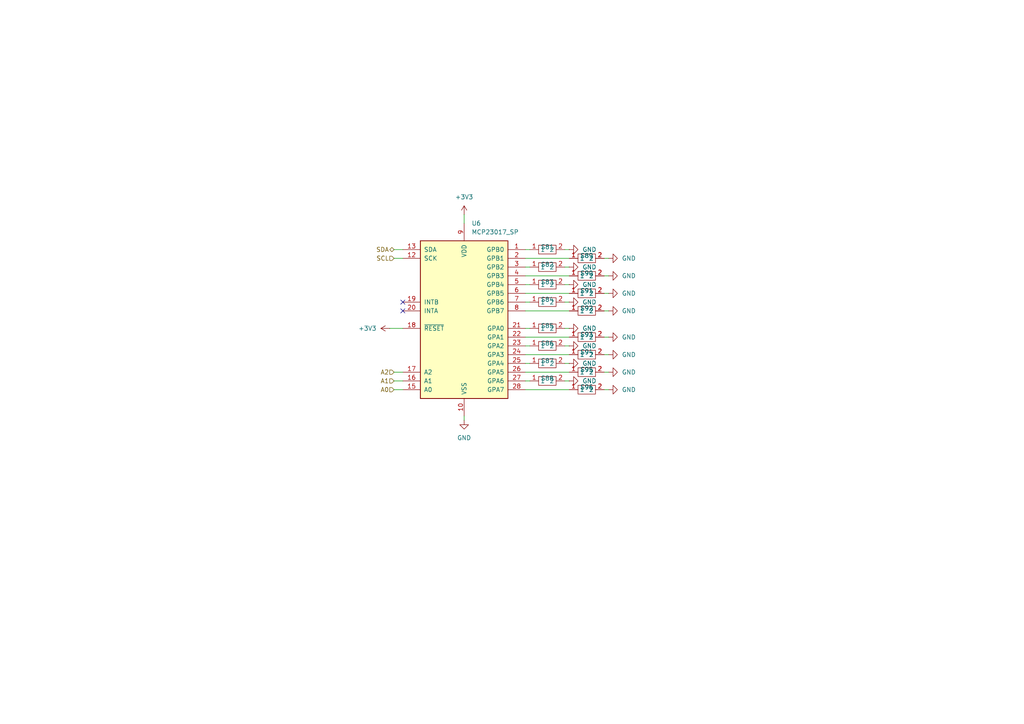
<source format=kicad_sch>
(kicad_sch (version 20250114) (generator "eeschema") (generator_version "9.0")
  (paper "A4")
  (lib_symbols
    (symbol "Interface_Expansion:MCP23017_SP" (pin_names (offset 1.016))
      (property "Reference" "U" (at -11.43 24.13 0))
      (property "Value" "MCP23017_SP" (at 0 0 0))
      (symbol "MCP23017_SP_0_1"
        (rectangle (start -12.7 22.86) (end 12.7 -22.86) (stroke (width 0.254)) (fill (type background)))
      )
      (symbol "MCP23017_SP_1_1"
        (pin bidirectional line (at -17.78 20.32 0) (length 5.08) (name "SDA") (number "13"))
        (pin input line (at -17.78 17.78 0) (length 5.08) (name "SCK") (number "12"))
        (pin tri_state line (at -17.78 5.08 0) (length 5.08) (name "INTB") (number "19"))
        (pin tri_state line (at -17.78 2.54 0) (length 5.08) (name "INTA") (number "20"))
        (pin input line (at -17.78 -2.54 0) (length 5.08) (name "~{RESET}") (number "18"))
        (pin input line (at -17.78 -15.24 0) (length 5.08) (name "A2") (number "17"))
        (pin input line (at -17.78 -17.78 0) (length 5.08) (name "A1") (number "16"))
        (pin input line (at -17.78 -20.32 0) (length 5.08) (name "A0") (number "15"))
        (pin no_connect line (at -12.7 15.24 0) (length 5.08) (hide yes) (name "NC") (number "11"))
        (pin no_connect line (at -12.7 12.7 0) (length 5.08) (hide yes) (name "NC") (number "14"))
        (pin power_in line (at 0 27.94 270) (length 5.08) (name "VDD") (number "9"))
        (pin power_in line (at 0 -27.94 90) (length 5.08) (name "VSS") (number "10"))
        (pin bidirectional line (at 17.78 20.32 180) (length 5.08) (name "GPB0") (number "1"))
        (pin bidirectional line (at 17.78 17.78 180) (length 5.08) (name "GPB1") (number "2"))
        (pin bidirectional line (at 17.78 15.24 180) (length 5.08) (name "GPB2") (number "3"))
        (pin bidirectional line (at 17.78 12.7 180) (length 5.08) (name "GPB3") (number "4"))
        (pin bidirectional line (at 17.78 10.16 180) (length 5.08) (name "GPB4") (number "5"))
        (pin bidirectional line (at 17.78 7.62 180) (length 5.08) (name "GPB5") (number "6"))
        (pin bidirectional line (at 17.78 5.08 180) (length 5.08) (name "GPB6") (number "7"))
        (pin output line (at 17.78 2.54 180) (length 5.08) (name "GPB7") (number "8"))
        (pin bidirectional line (at 17.78 -2.54 180) (length 5.08) (name "GPA0") (number "21"))
        (pin bidirectional line (at 17.78 -5.08 180) (length 5.08) (name "GPA1") (number "22"))
        (pin bidirectional line (at 17.78 -7.62 180) (length 5.08) (name "GPA2") (number "23"))
        (pin bidirectional line (at 17.78 -10.16 180) (length 5.08) (name "GPA3") (number "24"))
        (pin bidirectional line (at 17.78 -12.7 180) (length 5.08) (name "GPA4") (number "25"))
        (pin bidirectional line (at 17.78 -15.24 180) (length 5.08) (name "GPA5") (number "26"))
        (pin bidirectional line (at 17.78 -17.78 180) (length 5.08) (name "GPA6") (number "27"))
        (pin output line (at 17.78 -20.32 180) (length 5.08) (name "GPA7") (number "28"))
      )
    )
    (symbol "Study_Focus_Components:3X6mm_2pin_tactile_switch"
      (property "Reference" "S" (at 0 0 0))
      (property "Value" "3x6mm 2pin tactile switch" (at 2.286 1.524 0))
      (symbol "3X6mm_2pin_tactile_switch_0_1"
        (rectangle (start 0 0) (end 5.08 -2.54))
      )
      (symbol "3X6mm_2pin_tactile_switch_1_1"
        (pin passive line (at -2.54 -1.27 0) (length 2.54) (name "1") (number "1"))
        (pin passive line (at 7.62 -1.27 180) (length 2.54) (name "2") (number "2"))
      )
    )
    (symbol "power:+3V3" (power) (pin_numbers (hide yes)) (pin_names (offset 0) (hide yes))
      (property "Value" "+3V3" (at 0 3.556 0))
      (symbol "+3V3_0_1"
        (polyline (pts (xy -0.762 1.27) (xy 0 2.54)))
        (polyline (pts (xy 0 2.54) (xy 0.762 1.27)))
        (polyline (pts (xy 0 0) (xy 0 2.54)))
      )
      (symbol "+3V3_1_1"
        (pin power_in line (at 0 0 90) (length 0) (name "~") (number "1"))
      )
    )
    (symbol "power:GND" (power) (pin_numbers (hide yes)) (pin_names (offset 0) (hide yes))
      (property "Value" "GND" (at 0 -3.81 0))
      (symbol "GND_0_1"
        (polyline (pts (xy 0 0) (xy 0 -1.27) (xy 1.27 -1.27) (xy 0 -2.54) (xy -1.27 -1.27) (xy 0 -1.27)))
      )
      (symbol "GND_1_1"
        (pin power_in line (at 0 0 270) (length 0) (name "~") (number "1"))
      )
    )
  )
  (no_connect (at 116.84 90.17))
  (no_connect (at 116.84 87.63))
  (wire (pts (xy 152.4 95.25) (xy 153.67 95.25)))
  (wire (pts (xy 152.4 107.95) (xy 165.1 107.95)))
  (wire (pts (xy 114.3 72.39) (xy 116.84 72.39)))
  (wire (pts (xy 175.26 90.17) (xy 176.53 90.17)))
  (wire (pts (xy 152.4 85.09) (xy 165.1 85.09)))
  (wire (pts (xy 152.4 110.49) (xy 153.67 110.49)))
  (wire (pts (xy 163.83 110.49) (xy 165.1 110.49)))
  (wire (pts (xy 113.03 95.25) (xy 116.84 95.25)))
  (wire (pts (xy 163.83 72.39) (xy 165.1 72.39)))
  (wire (pts (xy 152.4 105.41) (xy 153.67 105.41)))
  (wire (pts (xy 152.4 72.39) (xy 153.67 72.39)))
  (wire (pts (xy 152.4 97.79) (xy 165.1 97.79)))
  (wire (pts (xy 152.4 77.47) (xy 153.67 77.47)))
  (wire (pts (xy 114.3 110.49) (xy 116.84 110.49)))
  (wire (pts (xy 163.83 77.47) (xy 165.1 77.47)))
  (wire (pts (xy 152.4 102.87) (xy 165.1 102.87)))
  (wire (pts (xy 163.83 82.55) (xy 165.1 82.55)))
  (wire (pts (xy 152.4 87.63) (xy 153.67 87.63)))
  (wire (pts (xy 163.83 105.41) (xy 165.1 105.41)))
  (wire (pts (xy 134.62 62.23) (xy 134.62 64.77)))
  (wire (pts (xy 175.26 97.79) (xy 176.53 97.79)))
  (wire (pts (xy 163.83 100.33) (xy 165.1 100.33)))
  (wire (pts (xy 175.26 80.01) (xy 176.53 80.01)))
  (wire (pts (xy 152.4 113.03) (xy 165.1 113.03)))
  (wire (pts (xy 175.26 113.03) (xy 176.53 113.03)))
  (wire (pts (xy 175.26 85.09) (xy 176.53 85.09)))
  (wire (pts (xy 114.3 107.95) (xy 116.84 107.95)))
  (wire (pts (xy 114.3 74.93) (xy 116.84 74.93)))
  (wire (pts (xy 114.3 113.03) (xy 116.84 113.03)))
  (wire (pts (xy 163.83 87.63) (xy 165.1 87.63)))
  (wire (pts (xy 152.4 80.01) (xy 165.1 80.01)))
  (wire (pts (xy 152.4 100.33) (xy 153.67 100.33)))
  (wire (pts (xy 175.26 74.93) (xy 176.53 74.93)))
  (wire (pts (xy 134.62 120.65) (xy 134.62 121.92)))
  (wire (pts (xy 152.4 90.17) (xy 165.1 90.17)))
  (wire (pts (xy 152.4 82.55) (xy 153.67 82.55)))
  (wire (pts (xy 163.83 95.25) (xy 165.1 95.25)))
  (wire (pts (xy 175.26 102.87) (xy 176.53 102.87)))
  (wire (pts (xy 175.26 107.95) (xy 176.53 107.95)))
  (wire (pts (xy 152.4 74.93) (xy 165.1 74.93)))
  (hierarchical_label "A0" (shape input) (at 114.3 113.03 180))
  (hierarchical_label "SDA" (shape bidirectional) (at 114.3 72.39 180))
  (hierarchical_label "SCL" (shape input) (at 114.3 74.93 180))
  (hierarchical_label "A2" (shape input) (at 114.3 107.95 180))
  (hierarchical_label "A1" (shape input) (at 114.3 110.49 180))
  (symbol (lib_id "power:+3V3") (at 134.62 62.23 0) (unit 1)
    (property "Reference" "#PWR02" (effects (hide yes)))
    (property "Value" "+3V3" (at 134.62 57.15 0))
    (property "Description" "Power symbol creates a global label with name \"+3V3\"" (effects (hide yes)))
    (instances (project "study focus device" (path "" (reference "#PWR097") (unit 1)) (path "" (reference "#PWR02") (unit 1)) (path "" (reference "#PWR078") (unit 1)) (path "" (reference "#PWR04") (unit 1)) (path "" (reference "#PWR040") (unit 1)) (path "" (reference "#PWR059") (unit 1))))
  )
  (symbol (lib_id "power:GND") (at 176.53 90.17 90) (unit 1)
    (property "Reference" "#PWR011" (effects (hide yes)))
    (property "Value" "GND" (at 180.34 90.1699 90) (effects (justify right)))
    (property "Description" "Power symbol creates a global label with name \"GND\" , ground" (effects (hide yes)))
    (instances (project "study focus device" (path "" (reference "#PWR0110") (unit 1)) (path "" (reference "#PWR011") (unit 1)) (path "" (reference "#PWR091") (unit 1)) (path "" (reference "#PWR034") (unit 1)) (path "" (reference "#PWR053") (unit 1)) (path "" (reference "#PWR072") (unit 1))))
  )
  (symbol (lib_id "power:GND") (at 165.1 87.63 90) (unit 1)
    (property "Reference" "#PWR010" (effects (hide yes)))
    (property "Value" "GND" (at 168.91 87.6299 90) (effects (justify right)))
    (property "Description" "Power symbol creates a global label with name \"GND\" , ground" (effects (hide yes)))
    (instances (project "study focus device" (path "" (reference "#PWR0102") (unit 1)) (path "" (reference "#PWR010") (unit 1)) (path "" (reference "#PWR083") (unit 1)) (path "" (reference "#PWR026") (unit 1)) (path "" (reference "#PWR045") (unit 1)) (path "" (reference "#PWR064") (unit 1))))
  )
  (symbol (lib_id "power:GND") (at 176.53 102.87 90) (unit 1)
    (property "Reference" "#PWR015" (effects (hide yes)))
    (property "Value" "GND" (at 180.34 102.8699 90) (effects (justify right)))
    (property "Description" "Power symbol creates a global label with name \"GND\" , ground" (effects (hide yes)))
    (instances (project "study focus device" (path "" (reference "#PWR0112") (unit 1)) (path "" (reference "#PWR015") (unit 1)) (path "" (reference "#PWR093") (unit 1)) (path "" (reference "#PWR036") (unit 1)) (path "" (reference "#PWR055") (unit 1)) (path "" (reference "#PWR074") (unit 1))))
  )
  (symbol (lib_id "power:GND") (at 165.1 77.47 90) (unit 1)
    (property "Reference" "#PWR06" (effects (hide yes)))
    (property "Value" "GND" (at 168.91 77.4699 90) (effects (justify right)))
    (property "Description" "Power symbol creates a global label with name \"GND\" , ground" (effects (hide yes)))
    (instances (project "study focus device" (path "" (reference "#PWR0100") (unit 1)) (path "" (reference "#PWR06") (unit 1)) (path "" (reference "#PWR081") (unit 1)) (path "" (reference "#PWR024") (unit 1)) (path "" (reference "#PWR043") (unit 1)) (path "" (reference "#PWR062") (unit 1))))
  )
  (symbol (lib_id "power:GND") (at 165.1 105.41 90) (unit 1)
    (property "Reference" "#PWR016" (effects (hide yes)))
    (property "Value" "GND" (at 168.91 105.4099 90) (effects (justify right)))
    (property "Description" "Power symbol creates a global label with name \"GND\" , ground" (effects (hide yes)))
    (instances (project "study focus device" (path "" (reference "#PWR0105") (unit 1)) (path "" (reference "#PWR016") (unit 1)) (path "" (reference "#PWR086") (unit 1)) (path "" (reference "#PWR029") (unit 1)) (path "" (reference "#PWR048") (unit 1)) (path "" (reference "#PWR067") (unit 1))))
  )
  (symbol (lib_id "power:GND") (at 165.1 82.55 90) (unit 1)
    (property "Reference" "#PWR08" (effects (hide yes)))
    (property "Value" "GND" (at 168.91 82.5499 90) (effects (justify right)))
    (property "Description" "Power symbol creates a global label with name \"GND\" , ground" (effects (hide yes)))
    (instances (project "study focus device" (path "" (reference "#PWR0101") (unit 1)) (path "" (reference "#PWR08") (unit 1)) (path "" (reference "#PWR082") (unit 1)) (path "" (reference "#PWR025") (unit 1)) (path "" (reference "#PWR044") (unit 1)) (path "" (reference "#PWR063") (unit 1))))
  )
  (symbol (lib_id "power:GND") (at 176.53 74.93 90) (unit 1)
    (property "Reference" "#PWR05" (effects (hide yes)))
    (property "Value" "GND" (at 180.34 74.9299 90) (effects (justify right)))
    (property "Description" "Power symbol creates a global label with name \"GND\" , ground" (effects (hide yes)))
    (instances (project "study focus device" (path "" (reference "#PWR0107") (unit 1)) (path "" (reference "#PWR05") (unit 1)) (path "" (reference "#PWR088") (unit 1)) (path "" (reference "#PWR031") (unit 1)) (path "" (reference "#PWR050") (unit 1)) (path "" (reference "#PWR069") (unit 1))))
  )
  (symbol (lib_id "Study_Focus_Components:3X6mm_2pin_tactile_switch") (at 156.21 71.12 0) (unit 1)
    (property "Reference" "S" (at 158.75 71.628 0))
    (property "Value" "3x6mm 2pin tactile switch" (effects (hide yes)))
    (property "Footprint" "Study Focus Footprints:3X6mm_2pin_tactile_switch" (effects (hide yes)))
    (property "Description" "Generic 3x6mm 2pin tactile switch form aliexpress" (effects (hide yes)))
    (instances (project "study focus device" (path "" (reference "S81") (unit 1)) (path "" (reference "S65") (unit 1)) (path "" (reference "S1") (unit 1)) (path "" (reference "S33") (unit 1)) (path "" (reference "S49") (unit 1))))
  )
  (symbol (lib_id "power:GND") (at 176.53 97.79 90) (unit 1)
    (property "Reference" "#PWR013" (effects (hide yes)))
    (property "Value" "GND" (at 180.34 97.7899 90) (effects (justify right)))
    (property "Description" "Power symbol creates a global label with name \"GND\" , ground" (effects (hide yes)))
    (instances (project "study focus device" (path "" (reference "#PWR0111") (unit 1)) (path "" (reference "#PWR013") (unit 1)) (path "" (reference "#PWR092") (unit 1)) (path "" (reference "#PWR035") (unit 1)) (path "" (reference "#PWR054") (unit 1)) (path "" (reference "#PWR073") (unit 1))))
  )
  (symbol (lib_id "Study_Focus_Components:3X6mm_2pin_tactile_switch") (at 156.21 109.22 0) (unit 1)
    (property "Reference" "S15" (at 158.75 109.728 0))
    (property "Value" "3x6mm 2pin tactile switch" (effects (hide yes)))
    (property "Footprint" "Study Focus Footprints:3X6mm_2pin_tactile_switch" (effects (hide yes)))
    (property "Description" "Generic 3x6mm 2pin tactile switch form aliexpress" (effects (hide yes)))
    (instances (project "study focus device" (path "" (reference "S88") (unit 1)) (path "" (reference "S15") (unit 1)) (path "" (reference "S72") (unit 1)) (path "" (reference "S24") (unit 1)) (path "" (reference "S40") (unit 1)) (path "" (reference "S56") (unit 1))))
  )
  (symbol (lib_id "power:GND") (at 134.62 121.92 0) (unit 1)
    (property "Reference" "#PWR01" (effects (hide yes)))
    (property "Value" "GND" (at 134.62 127 0))
    (property "Description" "Power symbol creates a global label with name \"GND\" , ground" (effects (hide yes)))
    (instances (project "study focus device" (path "" (reference "#PWR098") (unit 1)) (path "" (reference "#PWR01") (unit 1)) (path "" (reference "#PWR079") (unit 1)) (path "" (reference "#PWR021") (unit 1)) (path "" (reference "#PWR041") (unit 1)) (path "" (reference "#PWR060") (unit 1))))
  )
  (symbol (lib_id "Study_Focus_Components:3X6mm_2pin_tactile_switch") (at 156.21 104.14 0) (unit 1)
    (property "Reference" "S13" (at 158.75 104.648 0))
    (property "Value" "3x6mm 2pin tactile switch" (effects (hide yes)))
    (property "Footprint" "Study Focus Footprints:3X6mm_2pin_tactile_switch" (effects (hide yes)))
    (property "Description" "Generic 3x6mm 2pin tactile switch form aliexpress" (effects (hide yes)))
    (instances (project "study focus device" (path "" (reference "S87") (unit 1)) (path "" (reference "S13") (unit 1)) (path "" (reference "S71") (unit 1)) (path "" (reference "S23") (unit 1)) (path "" (reference "S39") (unit 1)) (path "" (reference "S55") (unit 1))))
  )
  (symbol (lib_id "Interface_Expansion:MCP23017_SP") (at 134.62 92.71 0) (unit 1)
    (property "Reference" "U1" (at 136.7633 64.77 0) (effects (justify left)))
    (property "Value" "MCP23017_SP" (at 136.7633 67.31 0) (effects (justify left)))
    (property "Footprint" "Package_DIP:DIP-28_W7.62mm" (effects (hide yes)))
    (property "Datasheet" "https://ww1.microchip.com/downloads/aemDocuments/documents/APID/ProductDocuments/DataSheets/MCP23017-Data-Sheet-DS20001952.pdf" (effects (hide yes)))
    (property "Description" "16-bit I/O expander, I2C, interrupts, w pull-ups, SPDIP-28" (effects (hide yes)))
    (instances (project "study focus device" (path "" (reference "U6") (unit 1)) (path "" (reference "U1") (unit 1)) (path "" (reference "U5") (unit 1)) (path "" (reference "U2") (unit 1)) (path "" (reference "U3") (unit 1)) (path "" (reference "U4") (unit 1))))
  )
  (symbol (lib_id "Study_Focus_Components:3X6mm_2pin_tactile_switch") (at 167.64 88.9 0) (unit 1)
    (property "Reference" "S8" (at 170.18 89.408 0))
    (property "Value" "3x6mm 2pin tactile switch" (effects (hide yes)))
    (property "Footprint" "Study Focus Footprints:3X6mm_2pin_tactile_switch" (effects (hide yes)))
    (property "Description" "Generic 3x6mm 2pin tactile switch form aliexpress" (effects (hide yes)))
    (instances (project "study focus device" (path "" (reference "S92") (unit 1)) (path "" (reference "S8") (unit 1)) (path "" (reference "S76") (unit 1)) (path "" (reference "S28") (unit 1)) (path "" (reference "S44") (unit 1)) (path "" (reference "S60") (unit 1))))
  )
  (symbol (lib_id "power:GND") (at 176.53 107.95 90) (unit 1)
    (property "Reference" "#PWR017" (effects (hide yes)))
    (property "Value" "GND" (at 180.34 107.9499 90) (effects (justify right)))
    (property "Description" "Power symbol creates a global label with name \"GND\" , ground" (effects (hide yes)))
    (instances (project "study focus device" (path "" (reference "#PWR0113") (unit 1)) (path "" (reference "#PWR017") (unit 1)) (path "" (reference "#PWR094") (unit 1)) (path "" (reference "#PWR037") (unit 1)) (path "" (reference "#PWR056") (unit 1)) (path "" (reference "#PWR075") (unit 1))))
  )
  (symbol (lib_id "power:+3V3") (at 113.03 95.25 90) (unit 1)
    (property "Reference" "#PWR" (effects (hide yes)))
    (property "Value" "+3V3" (at 109.22 95.2499 90) (effects (justify left)))
    (property "Description" "Power symbol creates a global label with name \"+3V3\"" (effects (hide yes)))
    (instances (project "study focus device" (path "" (reference "#PWR096") (unit 1)) (path "" (reference "#PWR077") (unit 1)) (path "" (reference "#PWR03") (unit 1)) (path "" (reference "#PWR039") (unit 1)) (path "" (reference "#PWR058") (unit 1))))
  )
  (symbol (lib_id "power:GND") (at 165.1 110.49 90) (unit 1)
    (property "Reference" "#PWR018" (effects (hide yes)))
    (property "Value" "GND" (at 168.91 110.4899 90) (effects (justify right)))
    (property "Description" "Power symbol creates a global label with name \"GND\" , ground" (effects (hide yes)))
    (instances (project "study focus device" (path "" (reference "#PWR0106") (unit 1)) (path "" (reference "#PWR018") (unit 1)) (path "" (reference "#PWR087") (unit 1)) (path "" (reference "#PWR030") (unit 1)) (path "" (reference "#PWR049") (unit 1)) (path "" (reference "#PWR068") (unit 1))))
  )
  (symbol (lib_id "power:GND") (at 165.1 100.33 90) (unit 1)
    (property "Reference" "#PWR014" (effects (hide yes)))
    (property "Value" "GND" (at 168.91 100.3299 90) (effects (justify right)))
    (property "Description" "Power symbol creates a global label with name \"GND\" , ground" (effects (hide yes)))
    (instances (project "study focus device" (path "" (reference "#PWR0104") (unit 1)) (path "" (reference "#PWR014") (unit 1)) (path "" (reference "#PWR085") (unit 1)) (path "" (reference "#PWR028") (unit 1)) (path "" (reference "#PWR047") (unit 1)) (path "" (reference "#PWR066") (unit 1))))
  )
  (symbol (lib_id "power:GND") (at 176.53 80.01 90) (unit 1)
    (property "Reference" "#PWR07" (effects (hide yes)))
    (property "Value" "GND" (at 180.34 80.0099 90) (effects (justify right)))
    (property "Description" "Power symbol creates a global label with name \"GND\" , ground" (effects (hide yes)))
    (instances (project "study focus device" (path "" (reference "#PWR0108") (unit 1)) (path "" (reference "#PWR07") (unit 1)) (path "" (reference "#PWR089") (unit 1)) (path "" (reference "#PWR032") (unit 1)) (path "" (reference "#PWR051") (unit 1)) (path "" (reference "#PWR070") (unit 1))))
  )
  (symbol (lib_id "power:GND") (at 176.53 113.03 90) (unit 1)
    (property "Reference" "#PWR019" (effects (hide yes)))
    (property "Value" "GND" (at 180.34 113.0299 90) (effects (justify right)))
    (property "Description" "Power symbol creates a global label with name \"GND\" , ground" (effects (hide yes)))
    (instances (project "study focus device" (path "" (reference "#PWR0114") (unit 1)) (path "" (reference "#PWR019") (unit 1)) (path "" (reference "#PWR095") (unit 1)) (path "" (reference "#PWR038") (unit 1)) (path "" (reference "#PWR057") (unit 1)) (path "" (reference "#PWR076") (unit 1))))
  )
  (symbol (lib_id "Study_Focus_Components:3X6mm_2pin_tactile_switch") (at 167.64 83.82 0) (unit 1)
    (property "Reference" "S6" (at 170.18 84.328 0))
    (property "Value" "3x6mm 2pin tactile switch" (effects (hide yes)))
    (property "Footprint" "Study Focus Footprints:3X6mm_2pin_tactile_switch" (effects (hide yes)))
    (property "Description" "Generic 3x6mm 2pin tactile switch form aliexpress" (effects (hide yes)))
    (instances (project "study focus device" (path "" (reference "S91") (unit 1)) (path "" (reference "S6") (unit 1)) (path "" (reference "S75") (unit 1)) (path "" (reference "S27") (unit 1)) (path "" (reference "S43") (unit 1)) (path "" (reference "S59") (unit 1))))
  )
  (symbol (lib_id "Study_Focus_Components:3X6mm_2pin_tactile_switch") (at 167.64 96.52 0) (unit 1)
    (property "Reference" "S10" (at 170.18 97.028 0))
    (property "Value" "3x6mm 2pin tactile switch" (effects (hide yes)))
    (property "Footprint" "Study Focus Footprints:3X6mm_2pin_tactile_switch" (effects (hide yes)))
    (property "Description" "Generic 3x6mm 2pin tactile switch form aliexpress" (effects (hide yes)))
    (instances (project "study focus device" (path "" (reference "S93") (unit 1)) (path "" (reference "S10") (unit 1)) (path "" (reference "S77") (unit 1)) (path "" (reference "S29") (unit 1)) (path "" (reference "S45") (unit 1)) (path "" (reference "S61") (unit 1))))
  )
  (symbol (lib_id "Study_Focus_Components:3X6mm_2pin_tactile_switch") (at 167.64 101.6 0) (unit 1)
    (property "Reference" "S12" (at 170.18 102.108 0))
    (property "Value" "3x6mm 2pin tactile switch" (effects (hide yes)))
    (property "Footprint" "Study Focus Footprints:3X6mm_2pin_tactile_switch" (effects (hide yes)))
    (property "Description" "Generic 3x6mm 2pin tactile switch form aliexpress" (effects (hide yes)))
    (instances (project "study focus device" (path "" (reference "S94") (unit 1)) (path "" (reference "S12") (unit 1)) (path "" (reference "S78") (unit 1)) (path "" (reference "S30") (unit 1)) (path "" (reference "S46") (unit 1)) (path "" (reference "S62") (unit 1))))
  )
  (symbol (lib_id "Study_Focus_Components:3X6mm_2pin_tactile_switch") (at 156.21 86.36 0) (unit 1)
    (property "Reference" "S7" (at 158.75 86.868 0))
    (property "Value" "3x6mm 2pin tactile switch" (effects (hide yes)))
    (property "Footprint" "Study Focus Footprints:3X6mm_2pin_tactile_switch" (effects (hide yes)))
    (property "Description" "Generic 3x6mm 2pin tactile switch form aliexpress" (effects (hide yes)))
    (instances (project "study focus device" (path "" (reference "S84") (unit 1)) (path "" (reference "S7") (unit 1)) (path "" (reference "S68") (unit 1)) (path "" (reference "S20") (unit 1)) (path "" (reference "S36") (unit 1)) (path "" (reference "S52") (unit 1))))
  )
  (symbol (lib_id "Study_Focus_Components:3X6mm_2pin_tactile_switch") (at 156.21 99.06 0) (unit 1)
    (property "Reference" "S11" (at 158.75 99.568 0))
    (property "Value" "3x6mm 2pin tactile switch" (effects (hide yes)))
    (property "Footprint" "Study Focus Footprints:3X6mm_2pin_tactile_switch" (effects (hide yes)))
    (property "Description" "Generic 3x6mm 2pin tactile switch form aliexpress" (effects (hide yes)))
    (instances (project "study focus device" (path "" (reference "S86") (unit 1)) (path "" (reference "S11") (unit 1)) (path "" (reference "S70") (unit 1)) (path "" (reference "S22") (unit 1)) (path "" (reference "S38") (unit 1)) (path "" (reference "S54") (unit 1))))
  )
  (symbol (lib_id "Study_Focus_Components:3X6mm_2pin_tactile_switch") (at 167.64 106.68 0) (unit 1)
    (property "Reference" "S14" (at 170.18 107.188 0))
    (property "Value" "3x6mm 2pin tactile switch" (effects (hide yes)))
    (property "Footprint" "Study Focus Footprints:3X6mm_2pin_tactile_switch" (effects (hide yes)))
    (property "Description" "Generic 3x6mm 2pin tactile switch form aliexpress" (effects (hide yes)))
    (instances (project "study focus device" (path "" (reference "S95") (unit 1)) (path "" (reference "S14") (unit 1)) (path "" (reference "S79") (unit 1)) (path "" (reference "S31") (unit 1)) (path "" (reference "S47") (unit 1)) (path "" (reference "S63") (unit 1))))
  )
  (symbol (lib_id "Study_Focus_Components:3X6mm_2pin_tactile_switch") (at 156.21 81.28 0) (unit 1)
    (property "Reference" "S5" (at 158.75 81.788 0))
    (property "Value" "3x6mm 2pin tactile switch" (effects (hide yes)))
    (property "Footprint" "Study Focus Footprints:3X6mm_2pin_tactile_switch" (effects (hide yes)))
    (property "Description" "Generic 3x6mm 2pin tactile switch form aliexpress" (effects (hide yes)))
    (instances (project "study focus device" (path "" (reference "S83") (unit 1)) (path "" (reference "S5") (unit 1)) (path "" (reference "S67") (unit 1)) (path "" (reference "S19") (unit 1)) (path "" (reference "S35") (unit 1)) (path "" (reference "S51") (unit 1))))
  )
  (symbol (lib_id "Study_Focus_Components:3X6mm_2pin_tactile_switch") (at 167.64 78.74 0) (unit 1)
    (property "Reference" "S4" (at 170.18 79.248 0))
    (property "Value" "3x6mm 2pin tactile switch" (effects (hide yes)))
    (property "Footprint" "Study Focus Footprints:3X6mm_2pin_tactile_switch" (effects (hide yes)))
    (property "Description" "Generic 3x6mm 2pin tactile switch form aliexpress" (effects (hide yes)))
    (instances (project "study focus device" (path "" (reference "S90") (unit 1)) (path "" (reference "S4") (unit 1)) (path "" (reference "S74") (unit 1)) (path "" (reference "S26") (unit 1)) (path "" (reference "S42") (unit 1)) (path "" (reference "S58") (unit 1))))
  )
  (symbol (lib_id "Study_Focus_Components:3X6mm_2pin_tactile_switch") (at 167.64 111.76 0) (unit 1)
    (property "Reference" "S16" (at 170.18 112.268 0))
    (property "Value" "3x6mm 2pin tactile switch" (effects (hide yes)))
    (property "Footprint" "Study Focus Footprints:3X6mm_2pin_tactile_switch" (effects (hide yes)))
    (property "Description" "Generic 3x6mm 2pin tactile switch form aliexpress" (effects (hide yes)))
    (instances (project "study focus device" (path "" (reference "S96") (unit 1)) (path "" (reference "S16") (unit 1)) (path "" (reference "S80") (unit 1)) (path "" (reference "S32") (unit 1)) (path "" (reference "S48") (unit 1)) (path "" (reference "S64") (unit 1))))
  )
  (symbol (lib_id "power:GND") (at 165.1 95.25 90) (unit 1)
    (property "Reference" "#PWR012" (effects (hide yes)))
    (property "Value" "GND" (at 168.91 95.2499 90) (effects (justify right)))
    (property "Description" "Power symbol creates a global label with name \"GND\" , ground" (effects (hide yes)))
    (instances (project "study focus device" (path "" (reference "#PWR0103") (unit 1)) (path "" (reference "#PWR012") (unit 1)) (path "" (reference "#PWR084") (unit 1)) (path "" (reference "#PWR027") (unit 1)) (path "" (reference "#PWR046") (unit 1)) (path "" (reference "#PWR065") (unit 1))))
  )
  (symbol (lib_id "Study_Focus_Components:3X6mm_2pin_tactile_switch") (at 156.21 76.2 0) (unit 1)
    (property "Reference" "S3" (at 158.75 76.708 0))
    (property "Value" "3x6mm 2pin tactile switch" (effects (hide yes)))
    (property "Footprint" "Study Focus Footprints:3X6mm_2pin_tactile_switch" (effects (hide yes)))
    (property "Description" "Generic 3x6mm 2pin tactile switch form aliexpress" (effects (hide yes)))
    (instances (project "study focus device" (path "" (reference "S82") (unit 1)) (path "" (reference "S3") (unit 1)) (path "" (reference "S66") (unit 1)) (path "" (reference "S18") (unit 1)) (path "" (reference "S34") (unit 1)) (path "" (reference "S50") (unit 1))))
  )
  (symbol (lib_id "power:GND") (at 165.1 72.39 90) (unit 1)
    (property "Reference" "#PWR" (effects (hide yes)))
    (property "Value" "GND" (at 168.91 72.3899 90) (effects (justify right)))
    (property "Description" "Power symbol creates a global label with name \"GND\" , ground" (effects (hide yes)))
    (instances (project "study focus device" (path "" (reference "#PWR099") (unit 1)) (path "" (reference "#PWR080") (unit 1)) (path "" (reference "#PWR022") (unit 1)) (path "" (reference "#PWR042") (unit 1)) (path "" (reference "#PWR061") (unit 1))))
  )
  (symbol (lib_id "Study_Focus_Components:3X6mm_2pin_tactile_switch") (at 156.21 93.98 0) (unit 1)
    (property "Reference" "S9" (at 158.75 94.488 0))
    (property "Value" "3x6mm 2pin tactile switch" (effects (hide yes)))
    (property "Footprint" "Study Focus Footprints:3X6mm_2pin_tactile_switch" (effects (hide yes)))
    (property "Description" "Generic 3x6mm 2pin tactile switch form aliexpress" (effects (hide yes)))
    (instances (project "study focus device" (path "" (reference "S85") (unit 1)) (path "" (reference "S9") (unit 1)) (path "" (reference "S69") (unit 1)) (path "" (reference "S21") (unit 1)) (path "" (reference "S37") (unit 1)) (path "" (reference "S53") (unit 1))))
  )
  (symbol (lib_id "power:GND") (at 176.53 85.09 90) (unit 1)
    (property "Reference" "#PWR09" (effects (hide yes)))
    (property "Value" "GND" (at 180.34 85.0899 90) (effects (justify right)))
    (property "Description" "Power symbol creates a global label with name \"GND\" , ground" (effects (hide yes)))
    (instances (project "study focus device" (path "" (reference "#PWR0109") (unit 1)) (path "" (reference "#PWR09") (unit 1)) (path "" (reference "#PWR090") (unit 1)) (path "" (reference "#PWR033") (unit 1)) (path "" (reference "#PWR052") (unit 1)) (path "" (reference "#PWR071") (unit 1))))
  )
  (symbol (lib_id "Study_Focus_Components:3X6mm_2pin_tactile_switch") (at 167.64 73.66 0) (unit 1)
    (property "Reference" "S2" (at 170.18 74.168 0))
    (property "Value" "3x6mm 2pin tactile switch" (effects (hide yes)))
    (property "Footprint" "Study Focus Footprints:3X6mm_2pin_tactile_switch" (effects (hide yes)))
    (property "Description" "Generic 3x6mm 2pin tactile switch form aliexpress" (effects (hide yes)))
    (instances (project "study focus device" (path "" (reference "S89") (unit 1)) (path "" (reference "S2") (unit 1)) (path "" (reference "S73") (unit 1)) (path "" (reference "S25") (unit 1)) (path "" (reference "S41") (unit 1)) (path "" (reference "S57") (unit 1))))
  )
)
</source>
